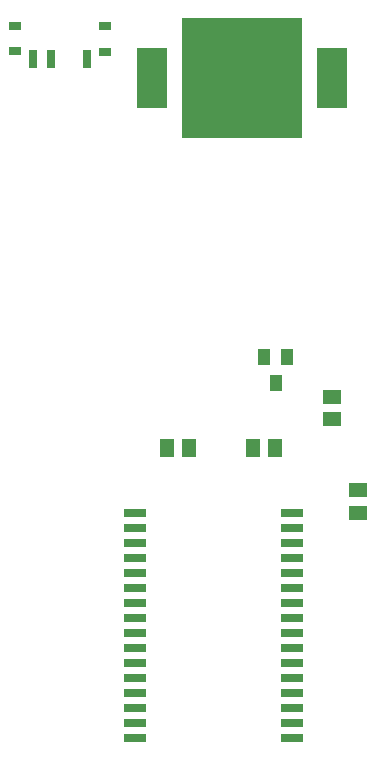
<source format=gtp>
G75*
%MOIN*%
%OFA0B0*%
%FSLAX24Y24*%
%IPPOS*%
%LPD*%
%AMOC8*
5,1,8,0,0,1.08239X$1,22.5*
%
%ADD10R,0.0512X0.0591*%
%ADD11R,0.0591X0.0512*%
%ADD12R,0.0394X0.0551*%
%ADD13R,0.1000X0.2000*%
%ADD14R,0.4000X0.4000*%
%ADD15R,0.0280X0.0590*%
%ADD16R,0.0390X0.0310*%
%ADD17R,0.0728X0.0276*%
D10*
X008536Y019100D03*
X009284Y019100D03*
X011406Y019100D03*
X012154Y019100D03*
D11*
X014050Y020066D03*
X014050Y020814D03*
X014910Y017694D03*
X014910Y016946D03*
D12*
X012160Y021267D03*
X011786Y022133D03*
X012534Y022133D03*
D13*
X014050Y031430D03*
X008050Y031430D03*
D14*
X011050Y031430D03*
D15*
X005860Y032050D03*
X004680Y032050D03*
X004090Y032050D03*
D16*
X003470Y032320D03*
X003470Y033170D03*
X006480Y033170D03*
X006480Y032310D03*
D17*
X007482Y009440D03*
X007482Y009940D03*
X007482Y010440D03*
X007482Y010940D03*
X007482Y011440D03*
X007482Y011940D03*
X007482Y012440D03*
X007482Y012940D03*
X007482Y013440D03*
X007482Y013940D03*
X007482Y014440D03*
X007482Y014940D03*
X007482Y015440D03*
X007482Y015940D03*
X007482Y016440D03*
X007482Y016940D03*
X012718Y016940D03*
X012718Y016440D03*
X012718Y015940D03*
X012718Y015440D03*
X012718Y014940D03*
X012718Y014440D03*
X012718Y013940D03*
X012718Y013440D03*
X012718Y012940D03*
X012718Y012440D03*
X012718Y011940D03*
X012718Y011440D03*
X012718Y010940D03*
X012718Y010440D03*
X012718Y009940D03*
X012718Y009440D03*
M02*

</source>
